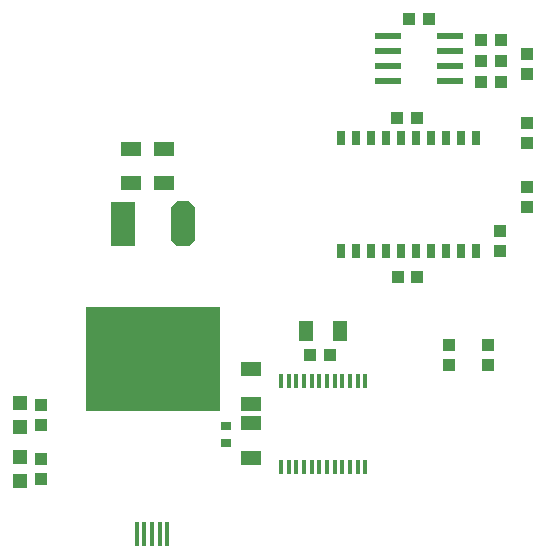
<source format=gtp>
G04 Layer_Color=8421504*
%FSLAX44Y44*%
%MOMM*%
G71*
G01*
G75*
%ADD10R,11.4300X8.8900*%
%ADD11R,2.0320X3.8100*%
G04:AMPARAMS|DCode=12|XSize=2.032mm|YSize=3.81mm|CornerRadius=0mm|HoleSize=0mm|Usage=FLASHONLY|Rotation=0.000|XOffset=0mm|YOffset=0mm|HoleType=Round|Shape=Octagon|*
%AMOCTAGOND12*
4,1,8,-0.5080,1.9050,0.5080,1.9050,1.0160,1.3970,1.0160,-1.3970,0.5080,-1.9050,-0.5080,-1.9050,-1.0160,-1.3970,-1.0160,1.3970,-0.5080,1.9050,0.0*
%
%ADD12OCTAGOND12*%

%ADD13R,1.8000X1.3000*%
%ADD14R,0.7620X1.1430*%
%ADD15R,1.3000X1.8000*%
%ADD16R,0.9000X0.8000*%
%ADD17R,1.0000X1.0000*%
%ADD18R,0.4001X2.0000*%
%ADD19R,1.1001X1.0000*%
%ADD20R,1.1001X1.0000*%
%ADD21R,1.1999X1.1999*%
%ADD22R,1.0000X1.1001*%
%ADD23R,2.1999X0.5999*%
%ADD24R,0.4001X1.2499*%
D10*
X377016Y466388D02*
D03*
D11*
X351616Y580700D02*
D03*
D12*
X402416D02*
D03*
D13*
X459740Y383010D02*
D03*
Y412010D02*
D03*
X459740Y457730D02*
D03*
Y428730D02*
D03*
X358140Y644420D02*
D03*
Y615420D02*
D03*
X386080Y644420D02*
D03*
Y615420D02*
D03*
D14*
X535940Y558292D02*
D03*
X548640D02*
D03*
X561340D02*
D03*
X574040D02*
D03*
X586740D02*
D03*
X599440D02*
D03*
X612140D02*
D03*
X624840D02*
D03*
X637540D02*
D03*
X650240D02*
D03*
X637540Y653542D02*
D03*
X650240Y653288D02*
D03*
X624840Y653542D02*
D03*
X612140D02*
D03*
X599440D02*
D03*
X586740D02*
D03*
X574040D02*
D03*
X561340D02*
D03*
X548640D02*
D03*
X535940D02*
D03*
D15*
X535200Y490220D02*
D03*
X506200D02*
D03*
D16*
X438150Y409590D02*
D03*
Y395590D02*
D03*
D17*
X599820Y535940D02*
D03*
X583820D02*
D03*
D18*
X375920Y318501D02*
D03*
X382420D02*
D03*
X388920D02*
D03*
X369420D02*
D03*
X362920D02*
D03*
D19*
X693420Y612140D02*
D03*
Y595142D02*
D03*
Y666359D02*
D03*
Y649361D02*
D03*
Y707781D02*
D03*
Y724779D02*
D03*
X627380Y478399D02*
D03*
Y461401D02*
D03*
X660400Y478399D02*
D03*
Y461401D02*
D03*
X281940Y427599D02*
D03*
Y410601D02*
D03*
Y381879D02*
D03*
Y364881D02*
D03*
X670560Y557921D02*
D03*
Y574919D02*
D03*
D20*
X610479Y754380D02*
D03*
X593481D02*
D03*
X509661Y469900D02*
D03*
X526659D02*
D03*
X600319Y670560D02*
D03*
X583321D02*
D03*
D21*
X264160Y408600D02*
D03*
Y429600D02*
D03*
Y383880D02*
D03*
Y362880D02*
D03*
D22*
X671439Y701040D02*
D03*
X654441D02*
D03*
X671439Y718820D02*
D03*
X654441D02*
D03*
X671439Y736600D02*
D03*
X654441D02*
D03*
D23*
X575981Y727710D02*
D03*
X627979D02*
D03*
X575981Y740410D02*
D03*
Y715010D02*
D03*
Y702310D02*
D03*
X627979Y740410D02*
D03*
Y715010D02*
D03*
Y702310D02*
D03*
D24*
X484949Y375229D02*
D03*
X491449D02*
D03*
X497949D02*
D03*
X504449D02*
D03*
X510949D02*
D03*
X517449D02*
D03*
X523951D02*
D03*
X530451D02*
D03*
X536951D02*
D03*
X543451D02*
D03*
X549951D02*
D03*
X556451D02*
D03*
Y447731D02*
D03*
X549951D02*
D03*
X543451D02*
D03*
X536951D02*
D03*
X530451D02*
D03*
X523951D02*
D03*
X517449D02*
D03*
X510949D02*
D03*
X504449D02*
D03*
X497949D02*
D03*
X491449D02*
D03*
X484949D02*
D03*
M02*

</source>
